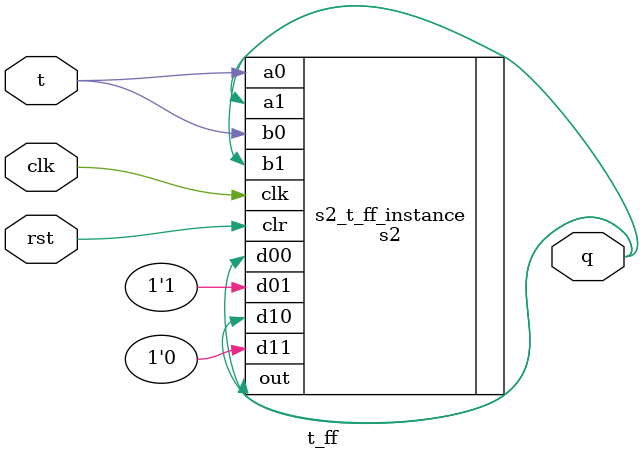
<source format=v>
module t_ff(
    input clk, rst,
    input t, 
    output q
);

    s2 s2_t_ff_instance(.d00(q), .d01(1'b1), .d10(q), .d11(1'b0), .a1(q), .b1(q), .a0(t), .b0(t), .clr(rst), .clk(clk), .out(q));

endmodule
</source>
